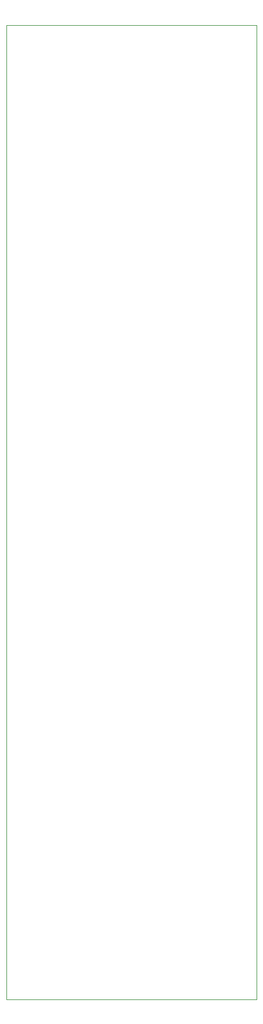
<source format=gm1>
G04 #@! TF.GenerationSoftware,KiCad,Pcbnew,(5.1.12)-1*
G04 #@! TF.CreationDate,2023-07-18T15:38:23+01:00*
G04 #@! TF.ProjectId,Edge56,45646765-3536-42e6-9b69-6361645f7063,rev?*
G04 #@! TF.SameCoordinates,Original*
G04 #@! TF.FileFunction,Profile,NP*
%FSLAX46Y46*%
G04 Gerber Fmt 4.6, Leading zero omitted, Abs format (unit mm)*
G04 Created by KiCad (PCBNEW (5.1.12)-1) date 2023-07-18 15:38:23*
%MOMM*%
%LPD*%
G01*
G04 APERTURE LIST*
G04 #@! TA.AperFunction,Profile*
%ADD10C,0.120000*%
G04 #@! TD*
G04 APERTURE END LIST*
D10*
X123190000Y-176657000D02*
X123190000Y-35687000D01*
X159385000Y-176657000D02*
X123190000Y-176657000D01*
X159385000Y-35687000D02*
X159385000Y-176657000D01*
X123190000Y-35687000D02*
X159385000Y-35687000D01*
M02*

</source>
